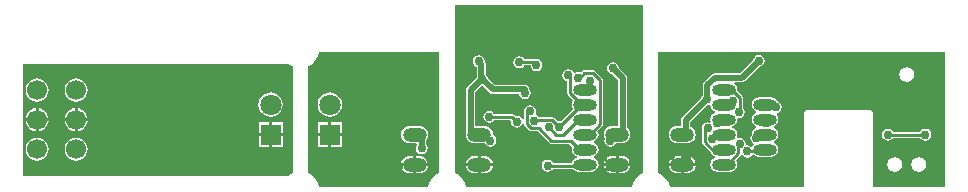
<source format=gbl>
G04 Layer_Physical_Order=2*
G04 Layer_Color=16711680*
%FSLAX25Y25*%
%MOIN*%
G70*
G01*
G75*
%ADD32C,0.01000*%
%ADD33C,0.01969*%
%ADD41C,0.06693*%
%ADD42C,0.07087*%
%ADD43R,0.07087X0.07087*%
%ADD44C,0.02756*%
%ADD45C,0.02953*%
%ADD46O,0.07874X0.04724*%
%ADD47O,0.07874X0.03740*%
G36*
X308240Y1012D02*
X284193D01*
Y26181D01*
X284037Y26558D01*
X283661Y26714D01*
X262007D01*
X261630Y26558D01*
X261474Y26181D01*
Y1012D01*
X216565D01*
X216541Y1254D01*
X216176Y2460D01*
X215581Y3571D01*
X214782Y4546D01*
X213808Y5345D01*
X212745Y5913D01*
Y46233D01*
X308240D01*
Y1012D01*
D02*
G37*
G36*
X89834Y41899D02*
X90897Y41331D01*
Y5913D01*
X89834Y5345D01*
X89351Y4949D01*
X1012D01*
Y42296D01*
X89351D01*
X89834Y41899D01*
D02*
G37*
G36*
X139814Y5913D02*
X138751Y5345D01*
X137777Y4546D01*
X136978Y3571D01*
X136384Y2460D01*
X136018Y1254D01*
X135994Y1012D01*
X99734D01*
X99711Y1254D01*
X99345Y2460D01*
X98751Y3571D01*
X97951Y4546D01*
X96977Y5345D01*
X95915Y5913D01*
Y41331D01*
X96977Y41899D01*
X97951Y42698D01*
X98751Y43673D01*
X99345Y44784D01*
X99711Y45990D01*
X99734Y46233D01*
X139814D01*
Y5913D01*
D02*
G37*
G36*
X207727D02*
X206665Y5345D01*
X205691Y4546D01*
X204891Y3571D01*
X204297Y2460D01*
X203931Y1254D01*
X203907Y1012D01*
X148652D01*
X148628Y1254D01*
X148262Y2460D01*
X147668Y3571D01*
X146869Y4546D01*
X145894Y5345D01*
X144832Y5913D01*
Y61981D01*
X207727D01*
Y5913D01*
D02*
G37*
%LPC*%
G36*
X220268Y11509D02*
X219193D01*
X218446Y11411D01*
X217749Y11122D01*
X217151Y10663D01*
X216693Y10065D01*
X216404Y9369D01*
X216372Y9122D01*
X220268D01*
Y11509D01*
D02*
G37*
G36*
X222342D02*
X221268D01*
Y9122D01*
X225164D01*
X225131Y9369D01*
X224843Y10065D01*
X224384Y10663D01*
X223786Y11122D01*
X223090Y11411D01*
X222342Y11509D01*
D02*
G37*
G36*
X299571Y11112D02*
X298618Y10922D01*
X297810Y10383D01*
X297270Y9575D01*
X297081Y8622D01*
X297270Y7669D01*
X297810Y6861D01*
X298618Y6322D01*
X299571Y6132D01*
X300523Y6322D01*
X301331Y6861D01*
X301871Y7669D01*
X302061Y8622D01*
X301871Y9575D01*
X301331Y10383D01*
X300523Y10922D01*
X299571Y11112D01*
D02*
G37*
G36*
X291571D02*
X290618Y10922D01*
X289810Y10383D01*
X289270Y9575D01*
X289081Y8622D01*
X289270Y7669D01*
X289810Y6861D01*
X290618Y6322D01*
X291571Y6132D01*
X292524Y6322D01*
X293331Y6861D01*
X293871Y7669D01*
X294061Y8622D01*
X293871Y9575D01*
X293331Y10383D01*
X292524Y10922D01*
X291571Y11112D01*
D02*
G37*
G36*
X220268Y8122D02*
X216372D01*
X216404Y7875D01*
X216693Y7179D01*
X217151Y6581D01*
X217749Y6122D01*
X218446Y5833D01*
X219193Y5735D01*
X220268D01*
Y8122D01*
D02*
G37*
G36*
X225164D02*
X221268D01*
Y5735D01*
X222342D01*
X223090Y5833D01*
X223786Y6122D01*
X224384Y6581D01*
X224843Y7179D01*
X225131Y7875D01*
X225164Y8122D01*
D02*
G37*
G36*
X246260Y45216D02*
X245492Y45063D01*
X244841Y44628D01*
X244406Y43977D01*
X244283Y43361D01*
X239928Y39005D01*
X231527D01*
X230951Y38891D01*
X230463Y38564D01*
X227971Y36073D01*
X227645Y35584D01*
X227530Y35008D01*
Y31753D01*
X227280Y31378D01*
X227157Y30762D01*
X220786Y24391D01*
X220460Y23903D01*
X220345Y23327D01*
Y21501D01*
X219193D01*
X218448Y21403D01*
X217753Y21115D01*
X217157Y20658D01*
X216700Y20062D01*
X216412Y19367D01*
X216314Y18622D01*
X216412Y17877D01*
X216700Y17183D01*
X217157Y16586D01*
X217753Y16129D01*
X218448Y15841D01*
X219193Y15743D01*
X222342D01*
X223088Y15841D01*
X223782Y16129D01*
X224378Y16586D01*
X224836Y17183D01*
X225123Y17877D01*
X225221Y18622D01*
X225123Y19367D01*
X224836Y20062D01*
X224378Y20658D01*
X223782Y21115D01*
X223356Y21292D01*
Y22703D01*
X229286Y28633D01*
X229587Y28693D01*
X229965Y28638D01*
X230130Y28330D01*
X230255Y27700D01*
X230777Y26919D01*
X231559Y26397D01*
X231659Y26377D01*
Y25867D01*
X231559Y25847D01*
X230777Y25325D01*
X230255Y24544D01*
X230072Y23622D01*
X230205Y22954D01*
X230192Y22927D01*
X229790Y22566D01*
X229232Y22676D01*
X228464Y22524D01*
X227813Y22088D01*
X227378Y21437D01*
X227225Y20669D01*
X227241Y20592D01*
X227237Y20571D01*
Y16139D01*
X227313Y15752D01*
X227533Y15424D01*
X230255Y12702D01*
X230255Y12700D01*
X230777Y11919D01*
X231559Y11397D01*
X231659Y11377D01*
Y10867D01*
X231559Y10847D01*
X230777Y10325D01*
X230255Y9544D01*
X230072Y8622D01*
X230255Y7700D01*
X230777Y6919D01*
X231559Y6397D01*
X232480Y6214D01*
X236614D01*
X237536Y6397D01*
X238317Y6919D01*
X238839Y7700D01*
X239023Y8622D01*
X238839Y9544D01*
X238509Y10038D01*
X240192Y11721D01*
X240247Y11804D01*
X240837Y11821D01*
X241002Y11573D01*
X241653Y11138D01*
X242421Y10985D01*
X243189Y11138D01*
X243841Y11573D01*
X244025Y11849D01*
X244557Y11919D01*
X245338Y11397D01*
X246260Y11214D01*
X250394D01*
X251315Y11397D01*
X252097Y11919D01*
X252619Y12700D01*
X252802Y13622D01*
X252619Y14544D01*
X252097Y15325D01*
X251315Y15847D01*
X251215Y15867D01*
Y16377D01*
X251315Y16397D01*
X252097Y16919D01*
X252619Y17700D01*
X252802Y18622D01*
X252619Y19544D01*
X252097Y20325D01*
X251315Y20847D01*
X251215Y20867D01*
Y21377D01*
X251315Y21397D01*
X252097Y21919D01*
X252619Y22700D01*
X252802Y23622D01*
X252619Y24544D01*
X252190Y25185D01*
X252308Y25628D01*
X252380Y25732D01*
X252737Y25803D01*
X253388Y26238D01*
X253823Y26889D01*
X253976Y27657D01*
X253823Y28425D01*
X253388Y29077D01*
X252737Y29512D01*
X252621Y29535D01*
X252619Y29544D01*
X252097Y30325D01*
X251315Y30847D01*
X250394Y31030D01*
X246260D01*
X245338Y30847D01*
X244557Y30325D01*
X244035Y29544D01*
X243851Y28622D01*
X244035Y27700D01*
X244557Y26919D01*
X245338Y26397D01*
X245438Y26377D01*
Y25867D01*
X245338Y25847D01*
X244557Y25325D01*
X244035Y24544D01*
X243851Y23622D01*
X244035Y22700D01*
X244557Y21919D01*
X245338Y21397D01*
X245438Y21377D01*
Y20867D01*
X245338Y20847D01*
X244557Y20325D01*
X244035Y19544D01*
X243851Y18622D01*
X243864Y18557D01*
X243618Y18189D01*
X243465Y17421D01*
X243618Y16653D01*
X244053Y16002D01*
X244361Y15796D01*
X244555Y15330D01*
X244457Y15176D01*
X244171Y14748D01*
X243618Y14602D01*
X243539Y14613D01*
X243189Y14846D01*
X242421Y14999D01*
X242276Y14970D01*
X241922Y15324D01*
X241968Y15551D01*
X241815Y16319D01*
X241380Y16970D01*
X240729Y17405D01*
X239961Y17558D01*
X239251Y17417D01*
X239071Y17541D01*
X238856Y17782D01*
X239023Y18622D01*
X238839Y19544D01*
X238317Y20325D01*
X237536Y20847D01*
X237436Y20867D01*
Y21377D01*
X237536Y21397D01*
X238317Y21919D01*
X238839Y22700D01*
X239023Y23622D01*
X238994Y23765D01*
X239348Y24119D01*
X239567Y24075D01*
X240335Y24228D01*
X240986Y24663D01*
X241421Y25314D01*
X241574Y26083D01*
X241421Y26851D01*
X240986Y27502D01*
X240980Y27506D01*
Y30882D01*
X240903Y31269D01*
X240684Y31598D01*
X238962Y33319D01*
X239023Y33622D01*
X238839Y34544D01*
X238317Y35325D01*
X238063Y35495D01*
X238215Y35995D01*
X240551D01*
X241127Y36109D01*
X241616Y36436D01*
X246412Y41232D01*
X247028Y41354D01*
X247679Y41789D01*
X248114Y42441D01*
X248267Y43209D01*
X248114Y43977D01*
X247679Y44628D01*
X247028Y45063D01*
X246260Y45216D01*
D02*
G37*
G36*
X295571Y41112D02*
X294618Y40922D01*
X293810Y40383D01*
X293270Y39575D01*
X293081Y38622D01*
X293270Y37669D01*
X293810Y36861D01*
X294618Y36322D01*
X295571Y36132D01*
X296523Y36322D01*
X297331Y36861D01*
X297871Y37669D01*
X298061Y38622D01*
X297871Y39575D01*
X297331Y40383D01*
X296523Y40922D01*
X295571Y41112D01*
D02*
G37*
G36*
X301771Y20609D02*
X301003Y20457D01*
X300352Y20022D01*
X300080Y19614D01*
X290963D01*
X290691Y20022D01*
X290039Y20457D01*
X289271Y20609D01*
X288503Y20457D01*
X287852Y20022D01*
X287417Y19370D01*
X287264Y18602D01*
X287417Y17834D01*
X287852Y17183D01*
X288503Y16748D01*
X289271Y16595D01*
X290039Y16748D01*
X290691Y17183D01*
X290963Y17591D01*
X300080D01*
X300352Y17183D01*
X301003Y16748D01*
X301771Y16595D01*
X302539Y16748D01*
X303191Y17183D01*
X303626Y17834D01*
X303779Y18602D01*
X303626Y19371D01*
X303191Y20022D01*
X302539Y20457D01*
X301771Y20609D01*
D02*
G37*
G36*
X18701Y17651D02*
X17699Y17519D01*
X16765Y17132D01*
X15963Y16517D01*
X15348Y15715D01*
X14961Y14782D01*
X14829Y13780D01*
X14961Y12777D01*
X15348Y11844D01*
X15963Y11042D01*
X16765Y10426D01*
X17699Y10040D01*
X18701Y9908D01*
X19703Y10040D01*
X20637Y10426D01*
X21439Y11042D01*
X22054Y11844D01*
X22441Y12777D01*
X22572Y13780D01*
X22441Y14782D01*
X22054Y15715D01*
X21439Y16517D01*
X20637Y17132D01*
X19703Y17519D01*
X18701Y17651D01*
D02*
G37*
G36*
X5709D02*
X4707Y17519D01*
X3773Y17132D01*
X2971Y16517D01*
X2356Y15715D01*
X1969Y14782D01*
X1837Y13780D01*
X1969Y12777D01*
X2356Y11844D01*
X2971Y11042D01*
X3773Y10426D01*
X4707Y10040D01*
X5709Y9908D01*
X6711Y10040D01*
X7644Y10426D01*
X8446Y11042D01*
X9062Y11844D01*
X9448Y12777D01*
X9580Y13780D01*
X9448Y14782D01*
X9062Y15715D01*
X8446Y16517D01*
X7644Y17132D01*
X6711Y17519D01*
X5709Y17651D01*
D02*
G37*
G36*
X6209Y27436D02*
Y24122D01*
X9522D01*
X9456Y24626D01*
X9069Y25562D01*
X8452Y26365D01*
X7648Y26982D01*
X6713Y27369D01*
X6209Y27436D01*
D02*
G37*
G36*
X18201Y27436D02*
X17697Y27369D01*
X16761Y26982D01*
X15957Y26365D01*
X15341Y25562D01*
X14953Y24626D01*
X14887Y24122D01*
X18201D01*
Y27436D01*
D02*
G37*
G36*
X19201Y27436D02*
Y24122D01*
X22514D01*
X22448Y24626D01*
X22061Y25562D01*
X21444Y26365D01*
X20641Y26982D01*
X19705Y27369D01*
X19201Y27436D01*
D02*
G37*
G36*
X5209Y27436D02*
X4704Y27369D01*
X3769Y26982D01*
X2965Y26365D01*
X2349Y25562D01*
X1961Y24626D01*
X1895Y24122D01*
X5209D01*
Y27436D01*
D02*
G37*
G36*
X83563Y32692D02*
X82509Y32554D01*
X81528Y32147D01*
X80685Y31500D01*
X80038Y30657D01*
X79631Y29675D01*
X79493Y28622D01*
X79631Y27569D01*
X80038Y26587D01*
X80685Y25744D01*
X81528Y25097D01*
X82509Y24690D01*
X83563Y24552D01*
X84616Y24690D01*
X85598Y25097D01*
X86441Y25744D01*
X87088Y26587D01*
X87494Y27569D01*
X87633Y28622D01*
X87494Y29675D01*
X87088Y30657D01*
X86441Y31500D01*
X85598Y32147D01*
X84616Y32554D01*
X83563Y32692D01*
D02*
G37*
G36*
X5709Y37336D02*
X4707Y37204D01*
X3773Y36818D01*
X2971Y36202D01*
X2356Y35400D01*
X1969Y34467D01*
X1837Y33465D01*
X1969Y32462D01*
X2356Y31529D01*
X2971Y30727D01*
X3773Y30112D01*
X4707Y29725D01*
X5709Y29593D01*
X6711Y29725D01*
X7644Y30112D01*
X8446Y30727D01*
X9062Y31529D01*
X9448Y32462D01*
X9580Y33465D01*
X9448Y34467D01*
X9062Y35400D01*
X8446Y36202D01*
X7644Y36818D01*
X6711Y37204D01*
X5709Y37336D01*
D02*
G37*
G36*
X18701D02*
X17699Y37204D01*
X16765Y36818D01*
X15963Y36202D01*
X15348Y35400D01*
X14961Y34467D01*
X14829Y33465D01*
X14961Y32462D01*
X15348Y31529D01*
X15963Y30727D01*
X16765Y30112D01*
X17699Y29725D01*
X18701Y29593D01*
X19703Y29725D01*
X20637Y30112D01*
X21439Y30727D01*
X22054Y31529D01*
X22441Y32462D01*
X22572Y33465D01*
X22441Y34467D01*
X22054Y35400D01*
X21439Y36202D01*
X20637Y36818D01*
X19703Y37204D01*
X18701Y37336D01*
D02*
G37*
G36*
X83063Y22665D02*
X79520D01*
Y19122D01*
X83063D01*
Y22665D01*
D02*
G37*
G36*
X87606D02*
X84063D01*
Y19122D01*
X87606D01*
Y22665D01*
D02*
G37*
G36*
X83063Y18122D02*
X79520D01*
Y14579D01*
X83063D01*
Y18122D01*
D02*
G37*
G36*
X87606D02*
X84063D01*
Y14579D01*
X87606D01*
Y18122D01*
D02*
G37*
G36*
X9522Y23122D02*
X6209D01*
Y19808D01*
X6713Y19875D01*
X7648Y20262D01*
X8452Y20879D01*
X9069Y21682D01*
X9456Y22618D01*
X9522Y23122D01*
D02*
G37*
G36*
X5209D02*
X1895D01*
X1961Y22618D01*
X2349Y21682D01*
X2965Y20879D01*
X3769Y20262D01*
X4704Y19875D01*
X5209Y19808D01*
Y23122D01*
D02*
G37*
G36*
X22514Y23122D02*
X19201D01*
Y19808D01*
X19705Y19875D01*
X20641Y20262D01*
X21444Y20879D01*
X22061Y21682D01*
X22448Y22618D01*
X22514Y23122D01*
D02*
G37*
G36*
X18201D02*
X14887D01*
X14953Y22618D01*
X15341Y21682D01*
X15957Y20879D01*
X16761Y20262D01*
X17697Y19875D01*
X18201Y19808D01*
Y23122D01*
D02*
G37*
G36*
X133071Y11509D02*
X131996D01*
Y9122D01*
X135892D01*
X135859Y9369D01*
X135571Y10065D01*
X135112Y10663D01*
X134514Y11122D01*
X133818Y11411D01*
X133071Y11509D01*
D02*
G37*
G36*
X130996D02*
X129921D01*
X129174Y11411D01*
X128478Y11122D01*
X127880Y10663D01*
X127421Y10065D01*
X127133Y9369D01*
X127100Y9122D01*
X130996D01*
Y11509D01*
D02*
G37*
G36*
X133071Y21501D02*
X129921D01*
X129176Y21403D01*
X128482Y21115D01*
X127885Y20658D01*
X127428Y20062D01*
X127140Y19367D01*
X127042Y18622D01*
X127140Y17877D01*
X127428Y17183D01*
X127885Y16586D01*
X128482Y16129D01*
X129176Y15841D01*
X129921Y15743D01*
X132087D01*
X132271Y15243D01*
X132004Y14843D01*
X131851Y14075D01*
X132004Y13307D01*
X132439Y12656D01*
X133090Y12220D01*
X133858Y12068D01*
X134626Y12220D01*
X135277Y12656D01*
X135713Y13307D01*
X135865Y14075D01*
X135713Y14843D01*
X135364Y15365D01*
Y16921D01*
X135564Y17183D01*
X135852Y17877D01*
X135950Y18622D01*
X135852Y19367D01*
X135564Y20062D01*
X135107Y20658D01*
X134510Y21115D01*
X133816Y21403D01*
X133071Y21501D01*
D02*
G37*
G36*
X130996Y8122D02*
X127100D01*
X127133Y7875D01*
X127421Y7179D01*
X127880Y6581D01*
X128478Y6122D01*
X129174Y5833D01*
X129921Y5735D01*
X130996D01*
Y8122D01*
D02*
G37*
G36*
X135892D02*
X131996D01*
Y5735D01*
X133071D01*
X133818Y5833D01*
X134514Y6122D01*
X135112Y6581D01*
X135571Y7179D01*
X135859Y7875D01*
X135892Y8122D01*
D02*
G37*
G36*
X103248Y32692D02*
X102195Y32554D01*
X101213Y32147D01*
X100370Y31500D01*
X99723Y30657D01*
X99317Y29675D01*
X99178Y28622D01*
X99317Y27569D01*
X99723Y26587D01*
X100370Y25744D01*
X101213Y25097D01*
X102195Y24690D01*
X103248Y24552D01*
X104302Y24690D01*
X105283Y25097D01*
X106126Y25744D01*
X106773Y26587D01*
X107180Y27569D01*
X107318Y28622D01*
X107180Y29675D01*
X106773Y30657D01*
X106126Y31500D01*
X105283Y32147D01*
X104302Y32554D01*
X103248Y32692D01*
D02*
G37*
G36*
X107291Y18122D02*
X103748D01*
Y14579D01*
X107291D01*
Y18122D01*
D02*
G37*
G36*
X102748D02*
X99205D01*
Y14579D01*
X102748D01*
Y18122D01*
D02*
G37*
G36*
Y22665D02*
X99205D01*
Y19122D01*
X102748D01*
Y22665D01*
D02*
G37*
G36*
X107291D02*
X103748D01*
Y19122D01*
X107291D01*
Y22665D01*
D02*
G37*
G36*
X200591Y11509D02*
X199516D01*
Y9122D01*
X203412D01*
X203379Y9369D01*
X203091Y10065D01*
X202632Y10663D01*
X202034Y11122D01*
X201338Y11411D01*
X200591Y11509D01*
D02*
G37*
G36*
X198516D02*
X197441D01*
X196694Y11411D01*
X195998Y11122D01*
X195400Y10663D01*
X194941Y10065D01*
X194652Y9369D01*
X194620Y9122D01*
X198516D01*
Y11509D01*
D02*
G37*
G36*
X197638Y42755D02*
X196870Y42602D01*
X196219Y42167D01*
X195783Y41516D01*
X195631Y40748D01*
X195783Y39980D01*
X196219Y39329D01*
X196870Y38894D01*
X197486Y38771D01*
X199381Y36876D01*
Y21501D01*
X197441D01*
X196696Y21403D01*
X196001Y21115D01*
X195405Y20658D01*
X194948Y20062D01*
X194660Y19367D01*
X194562Y18622D01*
X194660Y17877D01*
X194898Y17303D01*
X194745Y16535D01*
X194898Y15767D01*
X195333Y15116D01*
X195984Y14681D01*
X196752Y14528D01*
X197520Y14681D01*
X198171Y15116D01*
X198590Y15743D01*
X200591D01*
X201336Y15841D01*
X202030Y16129D01*
X202626Y16586D01*
X203084Y17183D01*
X203371Y17877D01*
X203469Y18622D01*
X203371Y19367D01*
X203084Y20062D01*
X202626Y20658D01*
X202391Y20838D01*
Y37500D01*
X202276Y38076D01*
X201950Y38564D01*
X199615Y40900D01*
X199492Y41516D01*
X199057Y42167D01*
X198406Y42602D01*
X197638Y42755D01*
D02*
G37*
G36*
X154724Y11509D02*
X153650D01*
Y9122D01*
X157545D01*
X157513Y9369D01*
X157225Y10065D01*
X156766Y10663D01*
X156168Y11122D01*
X155472Y11411D01*
X154724Y11509D01*
D02*
G37*
G36*
X157545Y8122D02*
X153650D01*
Y5735D01*
X154724D01*
X155472Y5833D01*
X156168Y6122D01*
X156766Y6581D01*
X157225Y7179D01*
X157513Y7875D01*
X157545Y8122D01*
D02*
G37*
G36*
X198516D02*
X194620D01*
X194652Y7875D01*
X194941Y7179D01*
X195400Y6581D01*
X195998Y6122D01*
X196694Y5833D01*
X197441Y5735D01*
X198516D01*
Y8122D01*
D02*
G37*
G36*
X152650D02*
X148754D01*
X148786Y7875D01*
X149075Y7179D01*
X149533Y6581D01*
X150131Y6122D01*
X150828Y5833D01*
X151575Y5735D01*
X152650D01*
Y8122D01*
D02*
G37*
G36*
X203412D02*
X199516D01*
Y5735D01*
X200591D01*
X201338Y5833D01*
X202034Y6122D01*
X202632Y6581D01*
X203091Y7179D01*
X203379Y7875D01*
X203412Y8122D01*
D02*
G37*
G36*
X152650Y11509D02*
X151575D01*
X150828Y11411D01*
X150131Y11122D01*
X149533Y10663D01*
X149075Y10065D01*
X148786Y9369D01*
X148754Y9122D01*
X152650D01*
Y11509D01*
D02*
G37*
G36*
X182776Y40393D02*
X182008Y40240D01*
X181356Y39805D01*
X180921Y39154D01*
X180769Y38386D01*
X180921Y37618D01*
X181356Y36967D01*
X182008Y36532D01*
X182445Y36445D01*
Y32436D01*
X182522Y32049D01*
X182741Y31721D01*
X184424Y30038D01*
X184094Y29544D01*
X183910Y28622D01*
X184094Y27700D01*
X184390Y27257D01*
X180194Y23062D01*
X179650Y23170D01*
X179269Y23094D01*
X178092Y24270D01*
X177764Y24490D01*
X177377Y24567D01*
X172955D01*
X172900Y24649D01*
X172249Y25084D01*
X172035Y25126D01*
X171885Y25489D01*
X171870Y25669D01*
X172011Y26379D01*
X171859Y27147D01*
X171423Y27799D01*
X170772Y28234D01*
X170004Y28386D01*
X169236Y28234D01*
X168585Y27799D01*
X168150Y27147D01*
X167997Y26379D01*
X168076Y25981D01*
X168054Y25948D01*
X167977Y25561D01*
Y23861D01*
X167802Y23799D01*
X167477Y23778D01*
X167093Y24353D01*
X166441Y24789D01*
X165673Y24941D01*
X165192Y24846D01*
X164815Y25223D01*
X164487Y25442D01*
X164100Y25519D01*
X158089D01*
X157817Y25927D01*
X157166Y26362D01*
X156398Y26515D01*
X155630Y26362D01*
X154978Y25927D01*
X154543Y25276D01*
X154391Y24508D01*
X154543Y23740D01*
X154978Y23089D01*
X155630Y22654D01*
X156398Y22501D01*
X157166Y22654D01*
X157817Y23089D01*
X158089Y23496D01*
X163268D01*
X163679Y22996D01*
X163666Y22934D01*
X163819Y22166D01*
X164254Y21515D01*
X164905Y21080D01*
X165673Y20927D01*
X166441Y21080D01*
X167093Y21515D01*
X167493Y22114D01*
X167587Y22122D01*
X167713Y22117D01*
X167999Y22041D01*
X168054Y21766D01*
X168273Y21438D01*
X169745Y19967D01*
X170073Y19747D01*
X170460Y19670D01*
X172600D01*
X176352Y15919D01*
X176680Y15699D01*
X177067Y15622D01*
X177067Y15622D01*
X183144D01*
X184145Y14621D01*
X184094Y14544D01*
X183910Y13622D01*
X184094Y12700D01*
X184616Y11919D01*
X185397Y11397D01*
X185497Y11377D01*
Y10867D01*
X185397Y10847D01*
X184616Y10325D01*
X184094Y9544D01*
X184041Y9279D01*
X177578D01*
X177305Y9687D01*
X176654Y10122D01*
X175886Y10275D01*
X175118Y10122D01*
X174467Y9687D01*
X174032Y9036D01*
X173879Y8268D01*
X174032Y7500D01*
X174467Y6848D01*
X175118Y6413D01*
X175886Y6261D01*
X176654Y6413D01*
X177305Y6848D01*
X177577Y7256D01*
X184391D01*
X184616Y6919D01*
X185397Y6397D01*
X186319Y6214D01*
X190453D01*
X191374Y6397D01*
X192156Y6919D01*
X192678Y7700D01*
X192861Y8622D01*
X192678Y9544D01*
X192156Y10325D01*
X191374Y10847D01*
X191274Y10867D01*
Y11377D01*
X191374Y11397D01*
X192156Y11919D01*
X192678Y12700D01*
X192861Y13622D01*
X192678Y14544D01*
X192156Y15325D01*
X191374Y15847D01*
X191274Y15867D01*
Y16377D01*
X191374Y16397D01*
X192156Y16919D01*
X192678Y17700D01*
X192861Y18622D01*
X192678Y19544D01*
X192492Y19821D01*
X194121Y21450D01*
X194340Y21778D01*
X194417Y22165D01*
Y36713D01*
X194340Y37100D01*
X194121Y37428D01*
X194121Y37428D01*
X191660Y39889D01*
X191332Y40108D01*
X190945Y40185D01*
X188091D01*
X188091Y40185D01*
X187704Y40108D01*
X187375Y39889D01*
X186849Y39362D01*
X186122Y39507D01*
X185354Y39354D01*
X185130Y39204D01*
X184630Y39154D01*
X184504Y39342D01*
X184195Y39805D01*
X183544Y40240D01*
X182776Y40393D01*
D02*
G37*
G36*
X152854Y45117D02*
X152086Y44965D01*
X151435Y44530D01*
X151000Y43878D01*
X150847Y43110D01*
X151000Y42342D01*
X151435Y41691D01*
X152086Y41256D01*
X152258Y41222D01*
Y38092D01*
X152264Y38064D01*
X152204Y37975D01*
X152082Y37358D01*
X149132Y34409D01*
X148806Y33921D01*
X148691Y33345D01*
Y18622D01*
X148705Y18556D01*
X148794Y17877D01*
X149082Y17183D01*
X149539Y16586D01*
X150135Y16129D01*
X150830Y15841D01*
X151575Y15743D01*
X154724D01*
X154995Y15779D01*
X155372Y15215D01*
X156023Y14780D01*
X156791Y14627D01*
X157559Y14780D01*
X158211Y15215D01*
X158646Y15866D01*
X158798Y16634D01*
X158646Y17402D01*
X158211Y18053D01*
X157584Y18472D01*
X157603Y18622D01*
X157505Y19367D01*
X157218Y20062D01*
X156760Y20658D01*
X156164Y21115D01*
X155470Y21403D01*
X154724Y21501D01*
X151702D01*
Y32721D01*
X154059Y35078D01*
X156539Y32597D01*
X157028Y32271D01*
X157604Y32156D01*
X166364D01*
X166453Y31712D01*
X166888Y31061D01*
X167539Y30626D01*
X168307Y30473D01*
X169075Y30626D01*
X169726Y31061D01*
X170161Y31712D01*
X170314Y32480D01*
X170161Y33248D01*
X169781Y33817D01*
X169698Y34238D01*
X169371Y34726D01*
X168883Y35052D01*
X168307Y35167D01*
X158227D01*
X156035Y37358D01*
X155913Y37975D01*
X155478Y38626D01*
X155269Y38766D01*
Y42201D01*
X155154Y42777D01*
X154832Y43260D01*
X154709Y43878D01*
X154274Y44530D01*
X153622Y44965D01*
X152854Y45117D01*
D02*
G37*
G36*
X166437Y44724D02*
X165669Y44571D01*
X165018Y44136D01*
X164583Y43485D01*
X164430Y42717D01*
X164583Y41949D01*
X165018Y41297D01*
X165669Y40862D01*
X166437Y40709D01*
X167205Y40862D01*
X167856Y41297D01*
X168129Y41705D01*
X170164D01*
X170291Y41063D01*
X170726Y40411D01*
X171378Y39976D01*
X172146Y39824D01*
X172914Y39976D01*
X173565Y40411D01*
X174000Y41063D01*
X174153Y41831D01*
X174000Y42599D01*
X173565Y43250D01*
X172914Y43685D01*
X172146Y43838D01*
X171427Y43695D01*
X171260Y43728D01*
X168129D01*
X167856Y44136D01*
X167205Y44571D01*
X166437Y44724D01*
D02*
G37*
%LPD*%
D32*
X239476Y15067D02*
X239961Y15551D01*
X239476Y12437D02*
Y15067D01*
X235662Y8622D02*
X239476Y12437D01*
X234547Y8622D02*
X235662D01*
X185433Y13091D02*
Y14764D01*
X183563Y16634D02*
X185433Y14764D01*
X177067Y16634D02*
X183563D01*
X182776Y38386D02*
X183457Y37705D01*
X164100Y24508D02*
X165673Y22934D01*
X175886Y8268D02*
X186319D01*
X177377Y23555D02*
X179710Y21222D01*
X171216Y23555D02*
X177377D01*
X289271Y18602D02*
X301771D01*
X301771Y18602D01*
X166437Y42717D02*
X171260D01*
X172146Y41831D01*
X232677Y22933D02*
X233071Y23327D01*
X232677Y23622D02*
X233071D01*
X234449D01*
X233071Y23327D02*
Y23622D01*
Y23917D01*
X229921Y17224D02*
X231319Y18622D01*
X242421Y13091D02*
X247795D01*
X239567Y26083D02*
X239968Y26484D01*
X234547Y33622D02*
X237918D01*
X239968Y26484D02*
Y30882D01*
X237918Y32933D02*
X239968Y30882D01*
X228248Y16139D02*
Y20571D01*
Y16139D02*
X231790Y12597D01*
X188091Y39173D02*
X190945D01*
X186516Y37598D02*
X188091Y39173D01*
X181072Y18474D02*
X186270Y23671D01*
X183457Y32436D02*
X187271Y28622D01*
X189862D01*
X183457Y32436D02*
Y37705D01*
X190945Y39173D02*
X193405Y36713D01*
X189862Y18622D02*
X193405Y22165D01*
Y36713D01*
X168989Y22153D02*
X170460Y20682D01*
X179639Y21076D02*
X187008Y28445D01*
X178771Y18474D02*
X181072D01*
X176181Y21063D02*
X178771Y18474D01*
X173019Y20682D02*
X177067Y16634D01*
X168989Y22153D02*
Y25561D01*
X170460Y20682D02*
X173019D01*
X156398Y24508D02*
X164100D01*
X168989Y25561D02*
X170103Y26675D01*
X194701Y6524D02*
X196602Y8425D01*
X197193Y8622D02*
X199016D01*
X194898Y10523D02*
X196799Y8622D01*
D33*
X197638Y40748D02*
X200886Y37500D01*
X152854Y43110D02*
X153763Y42201D01*
X150197Y33345D02*
X154059Y37207D01*
X150197Y18622D02*
Y33345D01*
X157604Y33661D02*
X168307D01*
X154059Y37207D02*
X157604Y33661D01*
X200886Y18504D02*
Y37500D01*
X153763Y38092D02*
Y42201D01*
X133858Y14075D02*
Y18701D01*
X240551Y37500D02*
X246260Y43209D01*
X229035Y35008D02*
X231527Y37500D01*
X229035Y30807D02*
X229035Y30807D01*
Y35008D01*
X231527Y37500D02*
X240551D01*
X221850Y23327D02*
X229134Y30610D01*
X221850Y18602D02*
Y23327D01*
D41*
X18701Y23622D02*
D03*
Y13780D02*
D03*
Y33465D02*
D03*
X5709Y23622D02*
D03*
Y33465D02*
D03*
Y13780D02*
D03*
D42*
X83563Y28622D02*
D03*
X103248D02*
D03*
D43*
X83563Y18622D02*
D03*
X103248D02*
D03*
D44*
X174803Y29429D02*
D03*
X178740D02*
D03*
Y33366D02*
D03*
X174803D02*
D03*
D45*
X147047Y22441D02*
D03*
X157677Y60236D02*
D03*
X170374Y60335D02*
D03*
X188386Y4134D02*
D03*
X129831Y4224D02*
D03*
X126279Y7776D02*
D03*
X125098Y42126D02*
D03*
X116150Y5405D02*
D03*
X222441Y36713D02*
D03*
X216437Y37598D02*
D03*
X216831Y11516D02*
D03*
X112500Y9154D02*
D03*
X111614Y16732D02*
D03*
X130315Y37697D02*
D03*
X103248Y38780D02*
D03*
X222441Y32874D02*
D03*
X304527Y23622D02*
D03*
X216535Y23425D02*
D03*
X222342Y40256D02*
D03*
X216535Y29823D02*
D03*
X219193Y43701D02*
D03*
X289567Y14961D02*
D03*
X289271Y33366D02*
D03*
X282382Y34252D02*
D03*
X291831Y37205D02*
D03*
X279035Y43012D02*
D03*
X246260Y43209D02*
D03*
X304134Y3642D02*
D03*
X304331Y43799D02*
D03*
X286516Y4134D02*
D03*
X286024Y22441D02*
D03*
X216535Y26673D02*
D03*
X289271Y18602D02*
D03*
X301771Y18602D02*
D03*
X259842Y13484D02*
D03*
X119882Y32382D02*
D03*
X136614Y22343D02*
D03*
X39370Y39370D02*
D03*
X268209Y43110D02*
D03*
X9154Y7874D02*
D03*
X8661Y39370D02*
D03*
X83268Y39173D02*
D03*
X37402Y7874D02*
D03*
X72835Y13780D02*
D03*
Y31496D02*
D03*
X27756Y14173D02*
D03*
X133858Y14075D02*
D03*
X130315Y32185D02*
D03*
X119882Y37697D02*
D03*
X222441Y11122D02*
D03*
X237500Y29823D02*
D03*
X275492Y43012D02*
D03*
X282283Y39862D02*
D03*
X242421Y12992D02*
D03*
X256201Y24409D02*
D03*
X251969Y27657D02*
D03*
X229134Y30610D02*
D03*
X193209Y50000D02*
D03*
X199016Y4134D02*
D03*
X150000Y46161D02*
D03*
X196752Y16535D02*
D03*
X162402Y51181D02*
D03*
X156791Y16634D02*
D03*
X196260Y12795D02*
D03*
Y22835D02*
D03*
X158957Y8563D02*
D03*
X166831Y4724D02*
D03*
X204232Y9252D02*
D03*
X153150Y4331D02*
D03*
X147343Y8661D02*
D03*
X205118Y20472D02*
D03*
X153937Y56988D02*
D03*
X171063Y51083D02*
D03*
X182480Y57776D02*
D03*
X156398Y24508D02*
D03*
X202067Y43110D02*
D03*
X201870Y57776D02*
D03*
X204921Y36220D02*
D03*
X165021Y19526D02*
D03*
X168307Y32480D02*
D03*
X182382Y46555D02*
D03*
X166437Y42717D02*
D03*
X193996Y39665D02*
D03*
X182776Y38386D02*
D03*
X197638Y40748D02*
D03*
X154059Y37207D02*
D03*
X152854Y43110D02*
D03*
X170004Y26379D02*
D03*
X156299Y12992D02*
D03*
X160925Y36614D02*
D03*
X169980Y37992D02*
D03*
X172146Y41831D02*
D03*
X24803Y39370D02*
D03*
X61024D02*
D03*
X64173Y7874D02*
D03*
X136713Y10531D02*
D03*
X125984Y14567D02*
D03*
X103248Y8957D02*
D03*
X148425Y35827D02*
D03*
X229232Y20669D02*
D03*
X239567Y26083D02*
D03*
X239961Y15551D02*
D03*
X232480Y22539D02*
D03*
X229429Y26083D02*
D03*
X240354Y19488D02*
D03*
X242717Y30610D02*
D03*
X230752Y17224D02*
D03*
X264567Y43110D02*
D03*
X271850Y43012D02*
D03*
X222342Y4232D02*
D03*
X245473Y17421D02*
D03*
X248654Y22540D02*
D03*
X189862Y36614D02*
D03*
X180118Y4626D02*
D03*
X186122Y37500D02*
D03*
X175886Y8268D02*
D03*
X165673Y22934D02*
D03*
X179650Y21162D02*
D03*
X177067Y13386D02*
D03*
X171481Y23230D02*
D03*
X176205Y21064D02*
D03*
D46*
X131496Y8622D02*
D03*
Y18622D02*
D03*
X199016Y8622D02*
D03*
Y18622D02*
D03*
X153150Y8622D02*
D03*
Y18622D02*
D03*
X220768Y8622D02*
D03*
Y18622D02*
D03*
D47*
X234547Y23622D02*
D03*
Y18622D02*
D03*
Y28622D02*
D03*
Y33622D02*
D03*
Y8622D02*
D03*
Y13622D02*
D03*
X248327Y18622D02*
D03*
Y13622D02*
D03*
Y23622D02*
D03*
Y28622D02*
D03*
X188386Y23622D02*
D03*
Y18622D02*
D03*
Y28622D02*
D03*
Y33622D02*
D03*
Y8622D02*
D03*
Y13622D02*
D03*
M02*

</source>
